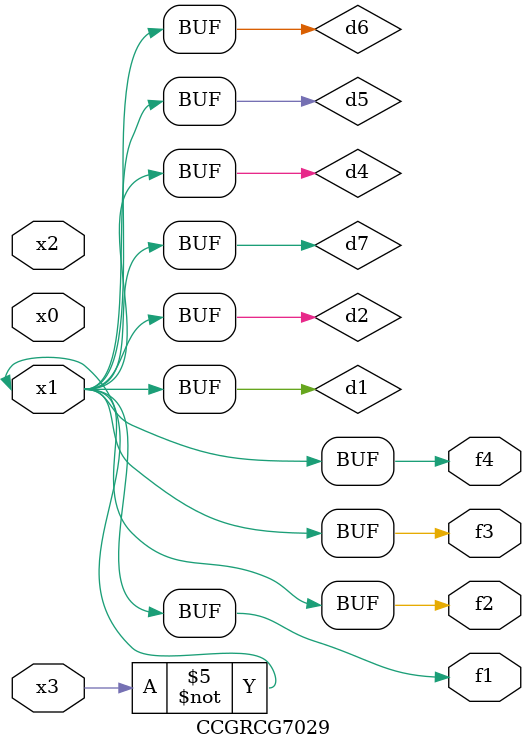
<source format=v>
module CCGRCG7029(
	input x0, x1, x2, x3,
	output f1, f2, f3, f4
);

	wire d1, d2, d3, d4, d5, d6, d7;

	not (d1, x3);
	buf (d2, x1);
	xnor (d3, d1, d2);
	nor (d4, d1);
	buf (d5, d1, d2);
	buf (d6, d4, d5);
	nand (d7, d4);
	assign f1 = d6;
	assign f2 = d7;
	assign f3 = d6;
	assign f4 = d6;
endmodule

</source>
